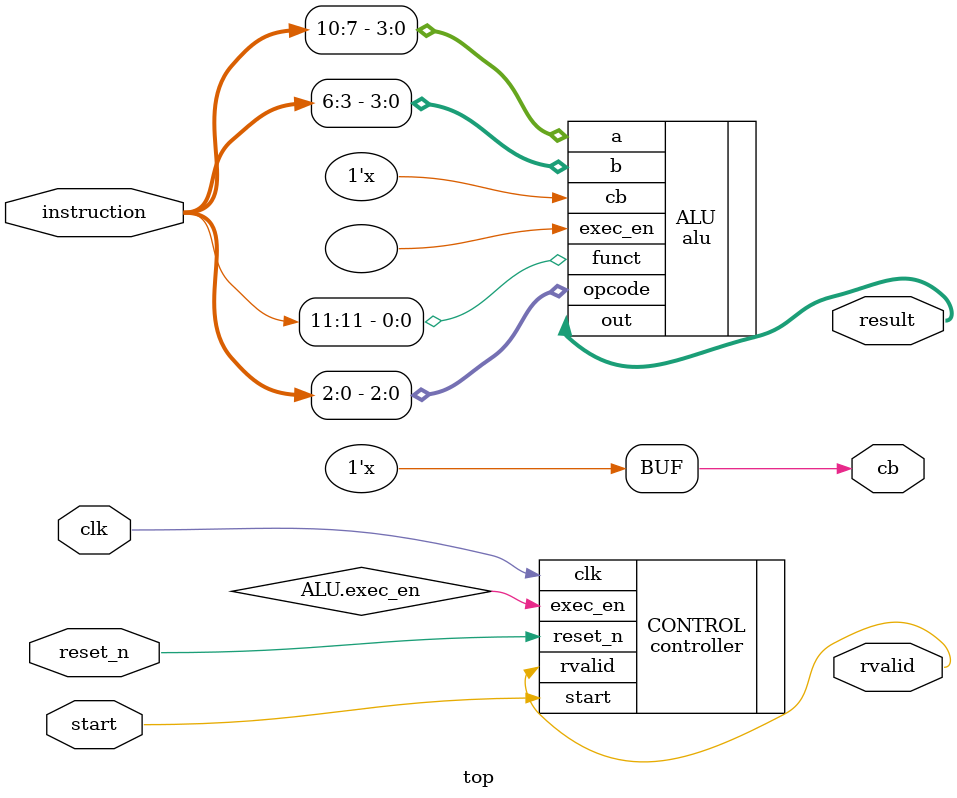
<source format=v>
`include "./source/alu.v"
`include "./source/shift_reg.v"
`include "./source/controller.v"

module top #(parameter INSTR_LENGTH = 12)(
    input clk,
    input reset_n,
    input start,
    input [INSTR_LENGTH-1:0] instruction,

    output [3:0] result,
    output cb,
    output rvalid
);

    controller CONTROL (
        .clk(clk),
        .reset_n(reset_n),
        .start(start),
        .exec_en(ALU.exec_en), // Use ALU's exec_en directly
        .rvalid(rvalid)
    );

    alu ALU (
        .a(instruction[10:7]),
        .b(instruction[6:3]),
        .opcode(instruction[2:0]),
        .funct(instruction[11]),
        .exec_en(), // No need to declare this as a wire, use it directly
        .out(result[3:0]), // Use unpacked output directly
        .cb(cb)
    );

    assign cb = result[4]; // Extract carry bit from result

endmodule

</source>
